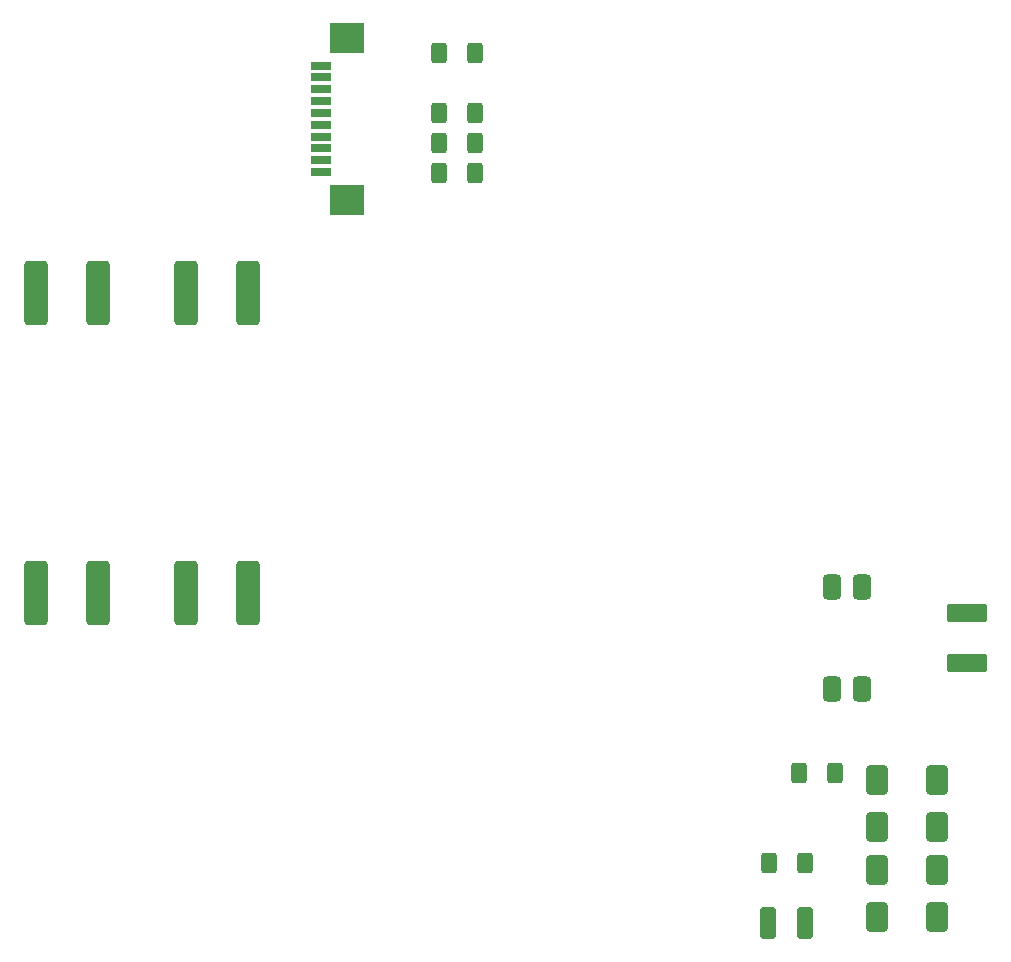
<source format=gbr>
%TF.GenerationSoftware,KiCad,Pcbnew,8.0.6-8.0.6-0~ubuntu24.04.1*%
%TF.CreationDate,2024-12-11T16:39:26+03:00*%
%TF.ProjectId,PM-PS,504d2d50-532e-46b6-9963-61645f706362,rev?*%
%TF.SameCoordinates,Original*%
%TF.FileFunction,Paste,Top*%
%TF.FilePolarity,Positive*%
%FSLAX46Y46*%
G04 Gerber Fmt 4.6, Leading zero omitted, Abs format (unit mm)*
G04 Created by KiCad (PCBNEW 8.0.6-8.0.6-0~ubuntu24.04.1) date 2024-12-11 16:39:26*
%MOMM*%
%LPD*%
G01*
G04 APERTURE LIST*
G04 Aperture macros list*
%AMRoundRect*
0 Rectangle with rounded corners*
0 $1 Rounding radius*
0 $2 $3 $4 $5 $6 $7 $8 $9 X,Y pos of 4 corners*
0 Add a 4 corners polygon primitive as box body*
4,1,4,$2,$3,$4,$5,$6,$7,$8,$9,$2,$3,0*
0 Add four circle primitives for the rounded corners*
1,1,$1+$1,$2,$3*
1,1,$1+$1,$4,$5*
1,1,$1+$1,$6,$7*
1,1,$1+$1,$8,$9*
0 Add four rect primitives between the rounded corners*
20,1,$1+$1,$2,$3,$4,$5,0*
20,1,$1+$1,$4,$5,$6,$7,0*
20,1,$1+$1,$6,$7,$8,$9,0*
20,1,$1+$1,$8,$9,$2,$3,0*%
G04 Aperture macros list end*
%ADD10RoundRect,0.250000X0.400000X0.625000X-0.400000X0.625000X-0.400000X-0.625000X0.400000X-0.625000X0*%
%ADD11RoundRect,0.250000X-0.650000X1.000000X-0.650000X-1.000000X0.650000X-1.000000X0.650000X1.000000X0*%
%ADD12RoundRect,0.250000X-0.412500X-1.100000X0.412500X-1.100000X0.412500X1.100000X-0.412500X1.100000X0*%
%ADD13RoundRect,0.249999X-0.737501X-2.450001X0.737501X-2.450001X0.737501X2.450001X-0.737501X2.450001X0*%
%ADD14RoundRect,0.249999X0.737501X2.450001X-0.737501X2.450001X-0.737501X-2.450001X0.737501X-2.450001X0*%
%ADD15RoundRect,0.250000X-0.400000X-0.625000X0.400000X-0.625000X0.400000X0.625000X-0.400000X0.625000X0*%
%ADD16RoundRect,0.250000X1.450000X-0.537500X1.450000X0.537500X-1.450000X0.537500X-1.450000X-0.537500X0*%
%ADD17R,1.803400X0.635000*%
%ADD18R,2.997200X2.590800*%
%ADD19RoundRect,0.392500X0.392500X-0.672500X0.392500X0.672500X-0.392500X0.672500X-0.392500X-0.672500X0*%
G04 APERTURE END LIST*
D10*
%TO.C,R5*%
X-3530000Y35560000D03*
X-6630000Y35560000D03*
%TD*%
D11*
%TO.C,D2*%
X30480000Y-25940000D03*
X30480000Y-29940000D03*
%TD*%
D12*
%TO.C,C5*%
X21297500Y-38100000D03*
X24422500Y-38100000D03*
%TD*%
D13*
%TO.C,C3*%
X-28037500Y15240000D03*
X-22762500Y15240000D03*
%TD*%
D14*
%TO.C,C4*%
X-35462500Y-10160000D03*
X-40737500Y-10160000D03*
%TD*%
D15*
%TO.C,R1*%
X21310000Y-33020000D03*
X24410000Y-33020000D03*
%TD*%
%TO.C,R2*%
X23850000Y-25400000D03*
X26950000Y-25400000D03*
%TD*%
D11*
%TO.C,D1*%
X30480000Y-33560000D03*
X30480000Y-37560000D03*
%TD*%
D16*
%TO.C,C1*%
X38100000Y-16107500D03*
X38100000Y-11832500D03*
%TD*%
D11*
%TO.C,D3*%
X35560000Y-33560000D03*
X35560000Y-37560000D03*
%TD*%
D10*
%TO.C,R3*%
X-3530000Y25400000D03*
X-6630000Y25400000D03*
%TD*%
D13*
%TO.C,C6*%
X-28037500Y-10160000D03*
X-22762500Y-10160000D03*
%TD*%
D17*
%TO.C,J3*%
X-16556000Y25500009D03*
X-16556000Y26500007D03*
X-16556000Y27500005D03*
X-16556000Y28500003D03*
X-16556000Y29500001D03*
X-16556000Y30499999D03*
X-16556000Y31499997D03*
X-16556000Y32499995D03*
X-16556000Y33499993D03*
X-16556000Y34499991D03*
D18*
X-14385999Y23149998D03*
X-14385999Y36850002D03*
%TD*%
D19*
%TO.C,U5*%
X26670000Y-18260000D03*
X29210000Y-18260000D03*
X29210000Y-9680000D03*
X26670000Y-9680000D03*
%TD*%
D11*
%TO.C,D4*%
X35560000Y-25940000D03*
X35560000Y-29940000D03*
%TD*%
D14*
%TO.C,C2*%
X-35462500Y15240000D03*
X-40737500Y15240000D03*
%TD*%
D10*
%TO.C,R4*%
X-3530000Y30480000D03*
X-6630000Y30480000D03*
%TD*%
%TO.C,R6*%
X-3530000Y27940000D03*
X-6630000Y27940000D03*
%TD*%
M02*

</source>
